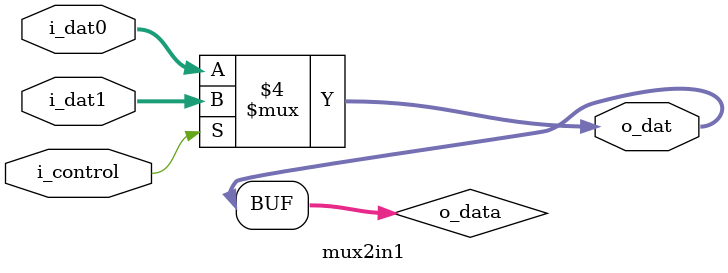
<source format=v>
module mux2in1(i_dat0, i_dat1, i_control, o_dat);

parameter WIDTH = 32;

input   [WIDTH-1:0]   i_dat0, i_dat1; 
input                 i_control;
output  [WIDTH-1:0]   o_dat;

reg [WIDTH-1:0] o_data;

assign o_dat = o_data;

always@* begin
	if(i_control == 1) begin
		o_data <= i_dat1;
	end else begin
		o_data <= i_dat0;
	end
end

endmodule
</source>
